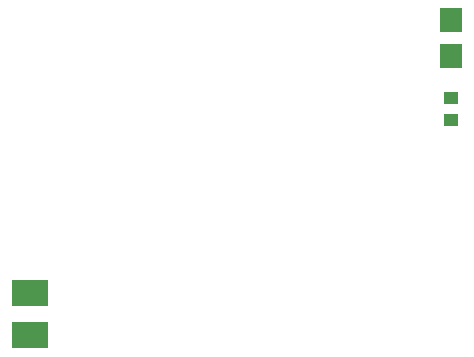
<source format=gtp>
%FSAX25Y25*%
%MOIN*%
G70*
G01*
G75*
G04 Layer_Color=8421504*
%ADD10R,0.07480X0.08071*%
%ADD11R,0.05118X0.04331*%
%ADD12R,0.12402X0.08858*%
%ADD13C,0.10000*%
%ADD14C,0.05000*%
%ADD15R,0.11024X0.11024*%
G04:AMPARAMS|DCode=16|XSize=236.22mil|YSize=98.43mil|CornerRadius=24.61mil|HoleSize=0mil|Usage=FLASHONLY|Rotation=270.000|XOffset=0mil|YOffset=0mil|HoleType=Round|Shape=RoundedRectangle|*
%AMROUNDEDRECTD16*
21,1,0.23622,0.04921,0,0,270.0*
21,1,0.18701,0.09843,0,0,270.0*
1,1,0.04921,-0.02461,-0.09350*
1,1,0.04921,-0.02461,0.09350*
1,1,0.04921,0.02461,0.09350*
1,1,0.04921,0.02461,-0.09350*
%
%ADD16ROUNDEDRECTD16*%
%ADD17O,0.09843X0.21260*%
%ADD18O,0.19685X0.07874*%
G04:AMPARAMS|DCode=19|XSize=157.48mil|YSize=118.11mil|CornerRadius=29.53mil|HoleSize=0mil|Usage=FLASHONLY|Rotation=270.000|XOffset=0mil|YOffset=0mil|HoleType=Round|Shape=RoundedRectangle|*
%AMROUNDEDRECTD19*
21,1,0.15748,0.05906,0,0,270.0*
21,1,0.09843,0.11811,0,0,270.0*
1,1,0.05906,-0.02953,-0.04921*
1,1,0.05906,-0.02953,0.04921*
1,1,0.05906,0.02953,0.04921*
1,1,0.05906,0.02953,-0.04921*
%
%ADD19ROUNDEDRECTD19*%
%ADD20O,0.25590X0.07874*%
G04:AMPARAMS|DCode=21|XSize=236.22mil|YSize=98.43mil|CornerRadius=24.61mil|HoleSize=0mil|Usage=FLASHONLY|Rotation=0.000|XOffset=0mil|YOffset=0mil|HoleType=Round|Shape=RoundedRectangle|*
%AMROUNDEDRECTD21*
21,1,0.23622,0.04921,0,0,0.0*
21,1,0.18701,0.09843,0,0,0.0*
1,1,0.04921,0.09350,-0.02461*
1,1,0.04921,-0.09350,-0.02461*
1,1,0.04921,-0.09350,0.02461*
1,1,0.04921,0.09350,0.02461*
%
%ADD21ROUNDEDRECTD21*%
%ADD22O,0.21260X0.09843*%
%ADD23O,0.07874X0.19685*%
G04:AMPARAMS|DCode=24|XSize=157.48mil|YSize=118.11mil|CornerRadius=29.53mil|HoleSize=0mil|Usage=FLASHONLY|Rotation=0.000|XOffset=0mil|YOffset=0mil|HoleType=Round|Shape=RoundedRectangle|*
%AMROUNDEDRECTD24*
21,1,0.15748,0.05906,0,0,0.0*
21,1,0.09843,0.11811,0,0,0.0*
1,1,0.05906,0.04921,-0.02953*
1,1,0.05906,-0.04921,-0.02953*
1,1,0.05906,-0.04921,0.02953*
1,1,0.05906,0.04921,0.02953*
%
%ADD24ROUNDEDRECTD24*%
%ADD25O,0.07874X0.25590*%
%ADD26R,0.15748X0.19685*%
%ADD27R,0.05906X0.09843*%
%ADD28C,0.06000*%
%ADD29C,0.25000*%
%ADD30R,0.05906X0.05906*%
%ADD31C,0.05906*%
%ADD32R,0.06394X0.06394*%
%ADD33C,0.07087*%
%ADD34C,0.00500*%
%ADD35C,0.00787*%
%ADD36C,0.00984*%
%ADD37C,0.01000*%
%ADD38C,0.00800*%
%ADD39C,0.01200*%
%ADD40C,0.01600*%
%ADD41R,0.13500X0.22500*%
%ADD42R,0.18500X0.21000*%
D10*
X0682500Y0376496D02*
D03*
Y0388504D02*
D03*
D11*
Y0355260D02*
D03*
Y0362740D02*
D03*
D12*
X0542000Y0297488D02*
D03*
Y0283512D02*
D03*
M02*

</source>
